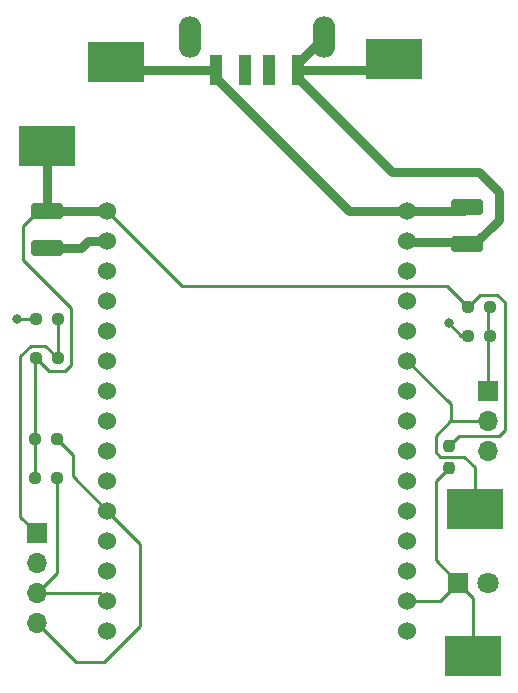
<source format=gtl>
%TF.GenerationSoftware,KiCad,Pcbnew,7.0.6*%
%TF.CreationDate,2024-09-24T20:19:06-04:00*%
%TF.ProjectId,ESP32_Temp_Humidity,45535033-325f-4546-956d-705f48756d69,rev?*%
%TF.SameCoordinates,Original*%
%TF.FileFunction,Copper,L1,Top*%
%TF.FilePolarity,Positive*%
%FSLAX46Y46*%
G04 Gerber Fmt 4.6, Leading zero omitted, Abs format (unit mm)*
G04 Created by KiCad (PCBNEW 7.0.6) date 2024-09-24 20:19:06*
%MOMM*%
%LPD*%
G01*
G04 APERTURE LIST*
G04 Aperture macros list*
%AMRoundRect*
0 Rectangle with rounded corners*
0 $1 Rounding radius*
0 $2 $3 $4 $5 $6 $7 $8 $9 X,Y pos of 4 corners*
0 Add a 4 corners polygon primitive as box body*
4,1,4,$2,$3,$4,$5,$6,$7,$8,$9,$2,$3,0*
0 Add four circle primitives for the rounded corners*
1,1,$1+$1,$2,$3*
1,1,$1+$1,$4,$5*
1,1,$1+$1,$6,$7*
1,1,$1+$1,$8,$9*
0 Add four rect primitives between the rounded corners*
20,1,$1+$1,$2,$3,$4,$5,0*
20,1,$1+$1,$4,$5,$6,$7,0*
20,1,$1+$1,$6,$7,$8,$9,0*
20,1,$1+$1,$8,$9,$2,$3,0*%
G04 Aperture macros list end*
%TA.AperFunction,SMDPad,CuDef*%
%ADD10R,4.699000X3.429000*%
%TD*%
%TA.AperFunction,SMDPad,CuDef*%
%ADD11R,1.100000X2.500000*%
%TD*%
%TA.AperFunction,ComponentPad*%
%ADD12O,1.900000X3.500000*%
%TD*%
%TA.AperFunction,SMDPad,CuDef*%
%ADD13RoundRect,0.237500X-0.250000X-0.237500X0.250000X-0.237500X0.250000X0.237500X-0.250000X0.237500X0*%
%TD*%
%TA.AperFunction,ComponentPad*%
%ADD14R,1.800000X1.800000*%
%TD*%
%TA.AperFunction,ComponentPad*%
%ADD15C,1.800000*%
%TD*%
%TA.AperFunction,ComponentPad*%
%ADD16R,1.700000X1.700000*%
%TD*%
%TA.AperFunction,ComponentPad*%
%ADD17O,1.700000X1.700000*%
%TD*%
%TA.AperFunction,SMDPad,CuDef*%
%ADD18RoundRect,0.237500X-0.237500X0.250000X-0.237500X-0.250000X0.237500X-0.250000X0.237500X0.250000X0*%
%TD*%
%TA.AperFunction,ComponentPad*%
%ADD19C,1.524000*%
%TD*%
%TA.AperFunction,SMDPad,CuDef*%
%ADD20RoundRect,0.250000X-1.100000X0.412500X-1.100000X-0.412500X1.100000X-0.412500X1.100000X0.412500X0*%
%TD*%
%TA.AperFunction,ViaPad*%
%ADD21C,0.800000*%
%TD*%
%TA.AperFunction,Conductor*%
%ADD22C,0.762000*%
%TD*%
%TA.AperFunction,Conductor*%
%ADD23C,0.250000*%
%TD*%
G04 APERTURE END LIST*
D10*
%TO.P,TP5,1,1*%
%TO.N,/PHOTORES*%
X149098000Y-101219000D03*
%TD*%
%TO.P,TP4,1,1*%
%TO.N,/MOTION_OUT*%
X149225000Y-88773000D03*
%TD*%
%TO.P,TP3,1,1*%
%TO.N,GND*%
X142367000Y-50673000D03*
%TD*%
%TO.P,TP2,1,1*%
%TO.N,+3.3V*%
X113030000Y-58039000D03*
%TD*%
%TO.P,TP1,1,1*%
%TO.N,+5V*%
X118872000Y-50927000D03*
%TD*%
D11*
%TO.P,J1,1,VBUS*%
%TO.N,+5V*%
X127310000Y-51560000D03*
%TO.P,J1,2,D-*%
%TO.N,unconnected-(J1-D--Pad2)*%
X129810000Y-51560000D03*
%TO.P,J1,3,D+*%
%TO.N,unconnected-(J1-D+-Pad3)*%
X131810000Y-51560000D03*
%TO.P,J1,4,GND*%
%TO.N,GND*%
X134310000Y-51560000D03*
D12*
%TO.P,J1,5,Shield*%
X125110000Y-48810000D03*
X136510000Y-48810000D03*
%TD*%
D13*
%TO.P,R2,1*%
%TO.N,+3.3V*%
X112014000Y-82804000D03*
%TO.P,R2,2*%
%TO.N,/SDA*%
X113839000Y-82804000D03*
%TD*%
%TO.P,R6,1*%
%TO.N,+5V*%
X112117500Y-72644000D03*
%TO.P,R6,2*%
%TO.N,/AHT21_PWR*%
X113942500Y-72644000D03*
%TD*%
%TO.P,R1,1*%
%TO.N,+3.3V*%
X112014000Y-86106000D03*
%TO.P,R1,2*%
%TO.N,/SCL*%
X113839000Y-86106000D03*
%TD*%
%TO.P,R5,1*%
%TO.N,+3.3V*%
X112117500Y-75976000D03*
%TO.P,R5,2*%
%TO.N,/AHT21_PWR*%
X113942500Y-75976000D03*
%TD*%
D14*
%TO.P,R4,1*%
%TO.N,/PHOTORES*%
X147823000Y-94996000D03*
D15*
%TO.P,R4,2*%
%TO.N,GND*%
X150363000Y-94996000D03*
%TD*%
D16*
%TO.P,J3,1,Pin_1*%
%TO.N,/AM312_PWR*%
X150393000Y-78755000D03*
D17*
%TO.P,J3,2,Pin_2*%
%TO.N,/MOTION_OUT*%
X150393000Y-81295000D03*
%TO.P,J3,3,Pin_3*%
%TO.N,GND*%
X150393000Y-83835000D03*
%TD*%
D18*
%TO.P,R3,1*%
%TO.N,+3.3V*%
X147066000Y-83415500D03*
%TO.P,R3,2*%
%TO.N,/PHOTORES*%
X147066000Y-85240500D03*
%TD*%
D19*
%TO.P,U1,1,+3.3V*%
%TO.N,+3.3V*%
X118110000Y-63500000D03*
%TO.P,U1,2,GND*%
%TO.N,GND*%
X118110000Y-66040000D03*
%TO.P,U1,3,GPIO15*%
%TO.N,unconnected-(U1-GPIO15-Pad3)*%
X118110000Y-68580000D03*
%TO.P,U1,4,GPIO2*%
%TO.N,unconnected-(U1-GPIO2-Pad4)*%
X118110000Y-71120000D03*
%TO.P,U1,5,GPIO4*%
%TO.N,unconnected-(U1-GPIO4-Pad5)*%
X118110000Y-73660000D03*
%TO.P,U1,6,GPIO16*%
%TO.N,unconnected-(U1-GPIO16-Pad6)*%
X118110000Y-76200000D03*
%TO.P,U1,7,GPIO17*%
%TO.N,unconnected-(U1-GPIO17-Pad7)*%
X118110000Y-78740000D03*
%TO.P,U1,8,GPIO5*%
%TO.N,unconnected-(U1-GPIO5-Pad8)*%
X118110000Y-81280000D03*
%TO.P,U1,9,GPIO18*%
%TO.N,unconnected-(U1-GPIO18-Pad9)*%
X118110000Y-83820000D03*
%TO.P,U1,10,GPIO19*%
%TO.N,unconnected-(U1-GPIO19-Pad10)*%
X118110000Y-86360000D03*
%TO.P,U1,11,GPIO21*%
%TO.N,/SDA*%
X118110000Y-88900000D03*
%TO.P,U1,12,GPIO3*%
%TO.N,unconnected-(U1-GPIO3-Pad12)*%
X118110000Y-91440000D03*
%TO.P,U1,13,GPIO1*%
%TO.N,unconnected-(U1-GPIO1-Pad13)*%
X118110000Y-93980000D03*
%TO.P,U1,14,GPIO22*%
%TO.N,/SCL*%
X118110000Y-96520000D03*
%TO.P,U1,15,GPIO23*%
%TO.N,unconnected-(U1-GPIO23-Pad15)*%
X118110000Y-99060000D03*
%TO.P,U1,16,EN*%
%TO.N,unconnected-(U1-EN-Pad16)*%
X143510000Y-99060000D03*
%TO.P,U1,17,GPIO36*%
%TO.N,/PHOTORES*%
X143510000Y-96520000D03*
%TO.P,U1,18,GPIO39*%
%TO.N,unconnected-(U1-GPIO39-Pad18)*%
X143510000Y-93980000D03*
%TO.P,U1,19,GPIO34*%
%TO.N,unconnected-(U1-GPIO34-Pad19)*%
X143510000Y-91440000D03*
%TO.P,U1,20,GPIO35*%
%TO.N,unconnected-(U1-GPIO35-Pad20)*%
X143510000Y-88900000D03*
%TO.P,U1,21,GPIO32*%
%TO.N,unconnected-(U1-GPIO32-Pad21)*%
X143510000Y-86360000D03*
%TO.P,U1,22,GPIO33*%
%TO.N,unconnected-(U1-GPIO33-Pad22)*%
X143510000Y-83820000D03*
%TO.P,U1,23,GPIO25*%
%TO.N,unconnected-(U1-GPIO25-Pad23)*%
X143510000Y-81280000D03*
%TO.P,U1,24,GPIO26*%
%TO.N,unconnected-(U1-GPIO26-Pad24)*%
X143510000Y-78740000D03*
%TO.P,U1,25,GPIO27*%
%TO.N,/MOTION_OUT*%
X143510000Y-76200000D03*
%TO.P,U1,26,GPIO14*%
%TO.N,unconnected-(U1-GPIO14-Pad26)*%
X143510000Y-73660000D03*
%TO.P,U1,27,GPIO12*%
%TO.N,unconnected-(U1-GPIO12-Pad27)*%
X143510000Y-71120000D03*
%TO.P,U1,28,GPIO13*%
%TO.N,unconnected-(U1-GPIO13-Pad28)*%
X143510000Y-68580000D03*
%TO.P,U1,29,GND*%
%TO.N,GND*%
X143510000Y-66040000D03*
%TO.P,U1,30,VIN*%
%TO.N,+5V*%
X143510000Y-63500000D03*
%TD*%
D13*
%TO.P,R7,1*%
%TO.N,+3.3V*%
X148693500Y-71628000D03*
%TO.P,R7,2*%
%TO.N,/AM312_PWR*%
X150518500Y-71628000D03*
%TD*%
D20*
%TO.P,C1,1*%
%TO.N,+5V*%
X148590000Y-63207500D03*
%TO.P,C1,2*%
%TO.N,GND*%
X148590000Y-66332500D03*
%TD*%
%TO.P,C2,1*%
%TO.N,+3.3V*%
X113030000Y-63500000D03*
%TO.P,C2,2*%
%TO.N,GND*%
X113030000Y-66625000D03*
%TD*%
D16*
%TO.P,J2,1,Pin_1*%
%TO.N,/AHT21_PWR*%
X112141000Y-90805000D03*
D17*
%TO.P,J2,2,Pin_2*%
%TO.N,GND*%
X112141000Y-93345000D03*
%TO.P,J2,3,Pin_3*%
%TO.N,/SCL*%
X112141000Y-95885000D03*
%TO.P,J2,4,Pin_4*%
%TO.N,/SDA*%
X112141000Y-98425000D03*
%TD*%
D13*
%TO.P,R8,1*%
%TO.N,+5V*%
X148693500Y-74064000D03*
%TO.P,R8,2*%
%TO.N,/AM312_PWR*%
X150518500Y-74064000D03*
%TD*%
D21*
%TO.N,+5V*%
X110490000Y-72644000D03*
X147066000Y-73025000D03*
%TD*%
D22*
%TO.N,+3.3V*%
X113030000Y-63500000D02*
X113030000Y-58039000D01*
%TO.N,GND*%
X141480000Y-51560000D02*
X142367000Y-50673000D01*
X134310000Y-51560000D02*
X141480000Y-51560000D01*
%TO.N,+5V*%
X119505000Y-51560000D02*
X118872000Y-50927000D01*
X127310000Y-51560000D02*
X119505000Y-51560000D01*
D23*
%TO.N,/MOTION_OUT*%
X147178000Y-81295000D02*
X150393000Y-81295000D01*
X145923000Y-82550000D02*
X147178000Y-81295000D01*
X145923000Y-83947000D02*
X145923000Y-82550000D01*
X148351000Y-84328000D02*
X146304000Y-84328000D01*
X146304000Y-84328000D02*
X145923000Y-83947000D01*
X149225000Y-88773000D02*
X149225000Y-85202000D01*
X149225000Y-85202000D02*
X148351000Y-84328000D01*
X147193000Y-79883000D02*
X143510000Y-76200000D01*
X147193000Y-81153000D02*
X147193000Y-79883000D01*
X147335000Y-81295000D02*
X147193000Y-81153000D01*
X150393000Y-81295000D02*
X147335000Y-81295000D01*
%TO.N,/PHOTORES*%
X145923000Y-93096000D02*
X147823000Y-94996000D01*
X145923000Y-86383500D02*
X145923000Y-93096000D01*
X147066000Y-85240500D02*
X145923000Y-86383500D01*
X149098000Y-96271000D02*
X147823000Y-94996000D01*
X149098000Y-101219000D02*
X149098000Y-96271000D01*
%TO.N,+3.3V*%
X151130000Y-70612000D02*
X149709500Y-70612000D01*
X151765000Y-82042000D02*
X151765000Y-71247000D01*
X151765000Y-71247000D02*
X151130000Y-70612000D01*
X151257000Y-82550000D02*
X151765000Y-82042000D01*
X147931500Y-82550000D02*
X151257000Y-82550000D01*
X149709500Y-70612000D02*
X148693500Y-71628000D01*
X147066000Y-83415500D02*
X147931500Y-82550000D01*
%TO.N,/PHOTORES*%
X146299000Y-96520000D02*
X147823000Y-94996000D01*
X143510000Y-96520000D02*
X146299000Y-96520000D01*
%TO.N,+5V*%
X110490000Y-72644000D02*
X112117500Y-72644000D01*
X148105000Y-74064000D02*
X147066000Y-73025000D01*
X148693500Y-74064000D02*
X148105000Y-74064000D01*
D22*
%TO.N,GND*%
X134310000Y-51010000D02*
X136510000Y-48810000D01*
X134310000Y-51560000D02*
X134310000Y-51010000D01*
D23*
%TO.N,+3.3V*%
X124460000Y-69850000D02*
X118110000Y-63500000D01*
X146915500Y-69850000D02*
X124460000Y-69850000D01*
X148693500Y-71628000D02*
X146915500Y-69850000D01*
X112268000Y-63500000D02*
X113030000Y-63500000D01*
X110998000Y-64770000D02*
X112268000Y-63500000D01*
X110998000Y-67691000D02*
X110998000Y-64770000D01*
X115062000Y-76581000D02*
X115062000Y-71755000D01*
X113230500Y-77089000D02*
X114554000Y-77089000D01*
X114554000Y-77089000D02*
X115062000Y-76581000D01*
X115062000Y-71755000D02*
X110998000Y-67691000D01*
X112117500Y-75976000D02*
X113230500Y-77089000D01*
D22*
%TO.N,+5V*%
X143510000Y-63500000D02*
X148297500Y-63500000D01*
X127310000Y-52253000D02*
X138557000Y-63500000D01*
D23*
X148297500Y-63500000D02*
X148590000Y-63207500D01*
D22*
X127310000Y-51560000D02*
X127310000Y-52253000D01*
X138557000Y-63500000D02*
X143510000Y-63500000D01*
%TO.N,GND*%
X115874000Y-66625000D02*
X116459000Y-66040000D01*
X148297500Y-66040000D02*
X148170500Y-66167000D01*
X143637000Y-66167000D02*
X143510000Y-66040000D01*
D23*
X148590000Y-66332500D02*
X148297500Y-66040000D01*
D22*
X134310000Y-51560000D02*
X134310000Y-52268000D01*
X113030000Y-66625000D02*
X115874000Y-66625000D01*
X151257000Y-61882895D02*
X151257000Y-64262000D01*
X142240000Y-60198000D02*
X149572105Y-60198000D01*
X149186500Y-66332500D02*
X148590000Y-66332500D01*
X148170500Y-66167000D02*
X143637000Y-66167000D01*
X134310000Y-52268000D02*
X142240000Y-60198000D01*
X151257000Y-64262000D02*
X149186500Y-66332500D01*
X149572105Y-60198000D02*
X151257000Y-61882895D01*
X116459000Y-66040000D02*
X118110000Y-66040000D01*
D23*
%TO.N,+3.3V*%
X112014000Y-76079500D02*
X112117500Y-75976000D01*
D22*
X118110000Y-63500000D02*
X113030000Y-63500000D01*
D23*
X112014000Y-86106000D02*
X112014000Y-76079500D01*
%TO.N,/AHT21_PWR*%
X111633000Y-74930000D02*
X110744000Y-75819000D01*
X113942500Y-75976000D02*
X113942500Y-72644000D01*
X110744000Y-75819000D02*
X110744000Y-89408000D01*
X110744000Y-89408000D02*
X112141000Y-90805000D01*
X113942500Y-75976000D02*
X112896500Y-74930000D01*
X112896500Y-74930000D02*
X111633000Y-74930000D01*
%TO.N,/SCL*%
X113839000Y-94187000D02*
X112141000Y-95885000D01*
X117475000Y-95885000D02*
X118110000Y-96520000D01*
X112141000Y-95885000D02*
X117475000Y-95885000D01*
X113839000Y-86106000D02*
X113839000Y-94187000D01*
%TO.N,/SDA*%
X120904000Y-91694000D02*
X118110000Y-88900000D01*
X115443000Y-101727000D02*
X117856000Y-101727000D01*
X118110000Y-88900000D02*
X115189000Y-85979000D01*
X120904000Y-98679000D02*
X120904000Y-91694000D01*
X112141000Y-98425000D02*
X115443000Y-101727000D01*
X117856000Y-101727000D02*
X120904000Y-98679000D01*
X115189000Y-84154000D02*
X113839000Y-82804000D01*
X115189000Y-85979000D02*
X115189000Y-84154000D01*
%TO.N,/AM312_PWR*%
X150518500Y-71628000D02*
X150393000Y-71753500D01*
X150393000Y-71753500D02*
X150393000Y-78755000D01*
%TD*%
M02*

</source>
